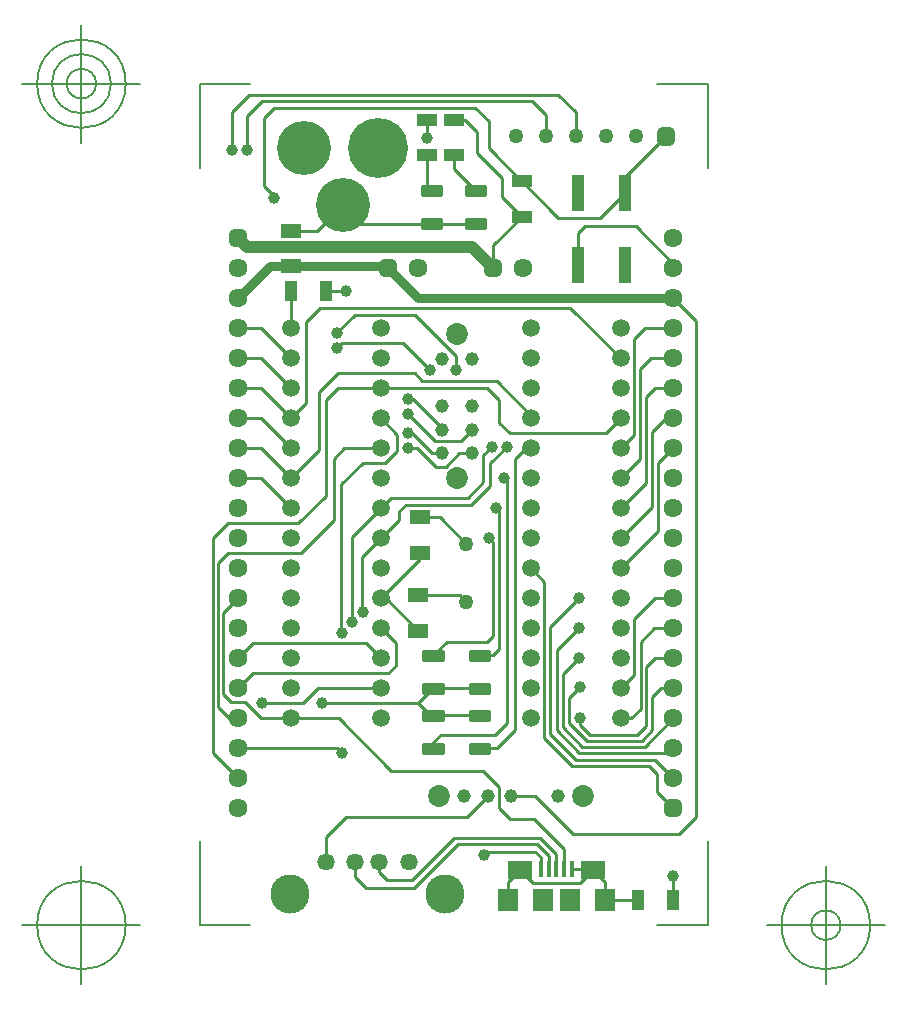
<source format=gbr>
G04 Generated by Ultiboard 11.0 *
%FSLAX25Y25*%
%MOIN*%

%ADD10C,0.01000*%
%ADD11C,0.03000*%
%ADD12C,0.04000*%
%ADD13C,0.00500*%
%ADD14C,0.03937*%
%ADD15C,0.06334*%
%ADD16R,0.02083X0.02083*%
%ADD17C,0.03917*%
%ADD18C,0.20000*%
%ADD19C,0.18000*%
%ADD20R,0.08268X0.06299*%
%ADD21R,0.07087X0.07480*%
%ADD22R,0.01575X0.05315*%
%ADD23C,0.05737*%
%ADD24C,0.13055*%
%ADD25R,0.04134X0.06890*%
%ADD26C,0.05000*%
%ADD27R,0.02500X0.02500*%
%ADD28C,0.03500*%
%ADD29R,0.03937X0.12205*%
%ADD30C,0.05937*%
%ADD31C,0.07300*%
%ADD32C,0.04600*%
%ADD33R,0.07087X0.04528*%
%ADD34R,0.05834X0.02251*%
%ADD35C,0.01666*%
%ADD36R,0.06890X0.04134*%


G04 ColorRGB 00FF00 for the following layer *
%LNCopper Top*%
%LPD*%
%FSLAX25Y25*%
%MOIN*%
G54D10*
X-1000Y28500D02*
X-1000Y100000D01*
X4000Y105000D02*
X-1000Y100000D01*
X-1000Y28500D02*
X7500Y20000D01*
X750Y91750D02*
X750Y43600D01*
X750Y43600D02*
X4350Y40000D01*
X4000Y95000D02*
X750Y91750D01*
X65500Y-14000D02*
X79500Y0D01*
X108150Y0D02*
X113500Y-5350D01*
X79500Y0D02*
X108150Y0D01*
X116059Y-3559D02*
X106000Y6500D01*
X36720Y-8000D02*
X36720Y220D01*
X36720Y220D02*
X43500Y7000D01*
X118618Y-10157D02*
X125213Y-10157D01*
X125213Y-10157D02*
X129642Y-14587D01*
X121354Y-15000D02*
X125705Y-10650D01*
X57000Y-14000D02*
X65500Y-14000D01*
X66200Y-16500D02*
X50000Y-16500D01*
X50000Y-16500D02*
X46563Y-13063D01*
X46563Y-13063D02*
X46563Y-8000D01*
X54437Y-8000D02*
X54437Y-11437D01*
X54437Y-11437D02*
X57000Y-14000D01*
X106500Y-4500D02*
X90500Y-4500D01*
X80700Y-2000D02*
X106982Y-2000D01*
X80700Y-2000D02*
X66200Y-16500D01*
X90500Y-4500D02*
X89500Y-5500D01*
X105646Y-15000D02*
X121354Y-15000D01*
X110941Y-5959D02*
X106982Y-2000D01*
X110941Y-10157D02*
X110941Y-5959D01*
X97358Y-20689D02*
X97358Y-14587D01*
X97358Y-14587D02*
X101295Y-10650D01*
X101295Y-10650D02*
X105646Y-15000D01*
X101295Y-10650D02*
X101650Y-10650D01*
X108382Y-10157D02*
X108382Y-6382D01*
X108382Y-6382D02*
X106500Y-4500D01*
X113500Y-5350D02*
X113500Y-10157D01*
X116059Y-10157D02*
X116059Y-3559D01*
X129642Y-20689D02*
X140406Y-20689D01*
X140406Y-20689D02*
X140594Y-20500D01*
X129642Y-20689D02*
X129642Y-14587D01*
X152406Y-20500D02*
X152406Y-12594D01*
X123000Y204000D02*
X140000Y204000D01*
X124650Y34500D02*
X121500Y37650D01*
X124650Y34500D02*
X140500Y34500D01*
X142000Y32500D02*
X123650Y32500D01*
X143000Y30500D02*
X122250Y30500D01*
X151000Y28500D02*
X121000Y28500D01*
X146500Y26000D02*
X120150Y26000D01*
X144500Y24000D02*
X118900Y24000D01*
X98000Y135000D02*
X130000Y135000D01*
X119000Y1500D02*
X154500Y1500D01*
X128166Y206800D02*
X114106Y206800D01*
X118250Y176750D02*
X135000Y160000D01*
X15000Y130000D02*
X25000Y120000D01*
X99800Y126300D02*
X99800Y36100D01*
X103500Y130000D02*
X99800Y126300D01*
X39400Y105900D02*
X39400Y126550D01*
X42850Y130000D02*
X39400Y126550D01*
X36650Y145900D02*
X36650Y114150D01*
X25000Y120000D02*
X34300Y129300D01*
X60500Y129000D02*
X56500Y125000D01*
X56500Y125000D02*
X49000Y125000D01*
X49000Y125000D02*
X41900Y117900D01*
X91550Y117550D02*
X91550Y125050D01*
X91550Y125050D02*
X97000Y130500D01*
X89200Y127700D02*
X89200Y118650D01*
X67000Y130000D02*
X73400Y123600D01*
X76600Y123600D02*
X81252Y128252D01*
X35500Y45000D02*
X67450Y45000D01*
X43500Y7000D02*
X83626Y7000D01*
X89000Y22500D02*
X58500Y22500D01*
X56594Y80000D02*
X67500Y69094D01*
X55000Y80000D02*
X68000Y93000D01*
X63400Y111200D02*
X85200Y111200D01*
X61200Y109000D02*
X63400Y111200D01*
X84050Y113500D02*
X58500Y113500D01*
X60000Y65000D02*
X60000Y57500D01*
X55000Y60000D02*
X50000Y65000D01*
X12500Y65000D02*
X7500Y60000D01*
X2500Y75000D02*
X2500Y48000D01*
X57450Y54950D02*
X12450Y54950D01*
X34200Y50000D02*
X29200Y45000D01*
X7500Y30000D02*
X40500Y30000D01*
X15000Y40000D02*
X41000Y40000D01*
X29200Y45000D02*
X15500Y45000D01*
X9700Y45300D02*
X15000Y40000D01*
X2500Y48000D02*
X5200Y45300D01*
X4350Y40000D02*
X7500Y40000D01*
X5200Y45300D02*
X9700Y45300D01*
X12450Y54950D02*
X7500Y50000D01*
X40500Y30000D02*
X42000Y28500D01*
X58500Y22500D02*
X41000Y40000D01*
X34200Y50000D02*
X55000Y50000D01*
X60000Y57500D02*
X57450Y54950D01*
X50000Y65000D02*
X12500Y65000D01*
X39400Y105900D02*
X28500Y95000D01*
X36650Y114150D02*
X27500Y105000D01*
X28500Y95000D02*
X4000Y95000D01*
X7500Y80000D02*
X2500Y75000D01*
X7500Y120000D02*
X15000Y120000D01*
X15000Y120000D02*
X25000Y110000D01*
X27500Y105000D02*
X4000Y105000D01*
X41900Y68600D02*
X41900Y117900D01*
X45500Y100500D02*
X45500Y72000D01*
X48850Y93850D02*
X48850Y75650D01*
X48850Y93850D02*
X61200Y106200D01*
X55000Y80000D02*
X56594Y80000D01*
X55000Y70000D02*
X60000Y65000D01*
X58500Y113500D02*
X45500Y100500D01*
X61200Y106200D02*
X61200Y109000D01*
X109550Y33350D02*
X109550Y85450D01*
X113600Y35900D02*
X113600Y62600D01*
X113600Y62600D02*
X121000Y70000D01*
X111550Y34600D02*
X111550Y70550D01*
X92500Y61000D02*
X94500Y63000D01*
X72500Y61000D02*
X77000Y65500D01*
X97000Y38500D02*
X97000Y119000D01*
X94500Y63000D02*
X94500Y109000D01*
X93700Y30000D02*
X88000Y30000D01*
X99800Y36100D02*
X93700Y30000D01*
X75000Y34500D02*
X93000Y34500D01*
X93000Y34500D02*
X97000Y38500D01*
X98000Y6500D02*
X94500Y10000D01*
X94500Y10000D02*
X94500Y17000D01*
X94500Y17000D02*
X89000Y22500D01*
X72500Y30000D02*
X72500Y32000D01*
X72500Y32000D02*
X75000Y34500D01*
X83626Y7000D02*
X90626Y14000D01*
X72500Y50000D02*
X88000Y50000D01*
X71450Y41000D02*
X88000Y41000D01*
X67500Y45000D02*
X72500Y50000D01*
X67450Y45000D02*
X71450Y41000D01*
X88000Y61000D02*
X92500Y61000D01*
X123650Y32500D02*
X117800Y38350D01*
X122250Y30500D02*
X115800Y36950D01*
X121000Y28500D02*
X113600Y35900D01*
X120150Y26000D02*
X111550Y34600D01*
X118900Y24000D02*
X109550Y33350D01*
X106500Y14000D02*
X119000Y1500D01*
X106000Y6500D02*
X98000Y6500D01*
X98500Y14000D02*
X106500Y14000D01*
X117800Y46800D02*
X121500Y50500D01*
X117800Y38350D02*
X117800Y46800D01*
X115800Y36950D02*
X115800Y54800D01*
X121500Y37650D02*
X121500Y40000D01*
X115800Y54800D02*
X121000Y60000D01*
X94500Y109000D02*
X93500Y110000D01*
X92500Y67500D02*
X92500Y98500D01*
X68000Y93000D02*
X68000Y95094D01*
X77000Y65500D02*
X90500Y65500D01*
X67500Y80906D02*
X81428Y80906D01*
X81428Y80906D02*
X83500Y78833D01*
X90500Y65500D02*
X92500Y67500D01*
X74594Y106906D02*
X83500Y98000D01*
X68000Y106906D02*
X74594Y106906D01*
X73400Y123600D02*
X76600Y123600D01*
X85200Y111200D02*
X91550Y117550D01*
X92500Y98500D02*
X91000Y100000D01*
X89200Y118650D02*
X84050Y113500D01*
X109550Y85450D02*
X105000Y90000D01*
X111550Y70550D02*
X121000Y80000D01*
X97000Y119000D02*
X96000Y120000D01*
X40750Y150000D02*
X90500Y150000D01*
X86500Y243500D02*
X19500Y243500D01*
X86612Y204834D02*
X48566Y204834D01*
X64000Y130000D02*
X67000Y130000D01*
X64000Y135000D02*
X65431Y135000D01*
X64000Y146500D02*
X65700Y146500D01*
X64000Y141450D02*
X73150Y132300D01*
X114100Y247800D02*
X11100Y247800D01*
X105500Y245600D02*
X15500Y245600D01*
X40900Y154900D02*
X66300Y154900D01*
X42100Y165100D02*
X62300Y165100D01*
X62300Y165100D02*
X71500Y155900D01*
X34750Y176750D02*
X118250Y176750D01*
X66350Y174500D02*
X46400Y174500D01*
X25000Y140000D02*
X30000Y145000D01*
X30000Y145000D02*
X30000Y172000D01*
X30000Y172000D02*
X34750Y176750D01*
X15000Y160000D02*
X25000Y150000D01*
X7500Y150000D02*
X15000Y150000D01*
X15000Y150000D02*
X25000Y140000D01*
X7500Y140000D02*
X15000Y140000D01*
X15000Y140000D02*
X25000Y130000D01*
X7500Y130000D02*
X15000Y130000D01*
X7500Y170000D02*
X15000Y170000D01*
X15000Y170000D02*
X25000Y160000D01*
X7500Y160000D02*
X15000Y160000D01*
X25000Y170000D02*
X25000Y182406D01*
X55000Y130000D02*
X42850Y130000D01*
X34300Y129300D02*
X34300Y148600D01*
X40750Y150000D02*
X36650Y145900D01*
X34300Y148600D02*
X40700Y155000D01*
X55000Y140000D02*
X60500Y134500D01*
X60500Y134500D02*
X60500Y129000D01*
X46400Y174500D02*
X40500Y168600D01*
X40500Y163500D02*
X42100Y165100D01*
X43500Y182500D02*
X37000Y182500D01*
X25000Y202406D02*
X33606Y202406D01*
X16000Y240000D02*
X16000Y217500D01*
X16000Y217500D02*
X19500Y214000D01*
X19500Y243500D02*
X16000Y240000D01*
X15500Y245600D02*
X10500Y240600D01*
X5400Y242100D02*
X5400Y229600D01*
X10500Y240600D02*
X10500Y229800D01*
X11100Y247800D02*
X5400Y242100D01*
X48566Y204834D02*
X42300Y211100D01*
X33606Y202406D02*
X42300Y211100D01*
X92500Y190000D02*
X92500Y197594D01*
X90500Y150000D02*
X94500Y146000D01*
X94500Y146000D02*
X94500Y138500D01*
X94500Y138500D02*
X98000Y135000D01*
X68900Y152300D02*
X93700Y152300D01*
X93700Y152300D02*
X104900Y141100D01*
X80000Y156000D02*
X80000Y160850D01*
X73150Y132300D02*
X81595Y132300D01*
X65700Y146500D02*
X75579Y136621D01*
X65431Y135000D02*
X72179Y128252D01*
X72179Y128252D02*
X75579Y128252D01*
X75579Y136621D02*
X75579Y136126D01*
X66300Y154900D02*
X68900Y152300D01*
X92000Y130500D02*
X89200Y127700D01*
X81252Y128252D02*
X85421Y128252D01*
X81595Y132300D02*
X85421Y136126D01*
X80000Y160850D02*
X66350Y174500D01*
X104900Y141100D02*
X104900Y140300D01*
X105000Y130000D02*
X103500Y130000D01*
X92500Y197594D02*
X102000Y207094D01*
X87000Y228500D02*
X95500Y220000D01*
X95500Y220000D02*
X95500Y213594D01*
X95500Y213594D02*
X102000Y207094D01*
X114106Y206800D02*
X91000Y229906D01*
X70500Y227594D02*
X70500Y217209D01*
X79500Y222946D02*
X86612Y215834D01*
X70500Y217209D02*
X71875Y215834D01*
X79500Y227594D02*
X79500Y222946D01*
X79500Y239406D02*
X83094Y239406D01*
X70500Y233500D02*
X70500Y239000D01*
X83094Y239406D02*
X87000Y235500D01*
X87000Y235500D02*
X87000Y228500D01*
X91000Y229906D02*
X91000Y239000D01*
X91000Y239000D02*
X86500Y243500D01*
X120626Y201626D02*
X123000Y204000D01*
X120626Y190992D02*
X120626Y201626D01*
X110000Y234000D02*
X110000Y241100D01*
X110000Y241100D02*
X105500Y245600D01*
X120000Y234000D02*
X120000Y241900D01*
X120000Y241900D02*
X114100Y247800D01*
X147500Y125000D02*
X147500Y102500D01*
X152500Y130000D02*
X147500Y125000D01*
X145500Y135500D02*
X145500Y110500D01*
X143500Y147000D02*
X143500Y118500D01*
X141500Y156500D02*
X141500Y126500D01*
X141500Y126500D02*
X135000Y120000D01*
X160000Y7000D02*
X160000Y172500D01*
X141700Y43200D02*
X141700Y65450D01*
X139400Y54400D02*
X139400Y73000D01*
X154500Y1500D02*
X160000Y7000D01*
X145500Y36000D02*
X142000Y32500D01*
X152500Y40000D02*
X143000Y30500D01*
X152500Y30000D02*
X151000Y28500D01*
X152500Y10000D02*
X147000Y15500D01*
X147000Y15500D02*
X147000Y21500D01*
X152500Y20000D02*
X146500Y26000D01*
X147000Y21500D02*
X144500Y24000D01*
X143500Y37500D02*
X140500Y34500D01*
X138500Y40000D02*
X141700Y43200D01*
X135000Y40000D02*
X138500Y40000D01*
X135000Y50000D02*
X139400Y54400D01*
X148500Y50000D02*
X145500Y47000D01*
X145500Y47000D02*
X145500Y36000D01*
X143500Y57000D02*
X143500Y37500D01*
X152500Y60000D02*
X146500Y60000D01*
X152500Y50000D02*
X148500Y50000D01*
X146500Y60000D02*
X143500Y57000D01*
X147500Y102500D02*
X135000Y90000D01*
X141700Y65450D02*
X146250Y70000D01*
X139400Y73000D02*
X146400Y80000D01*
X146400Y80000D02*
X152500Y80000D01*
X146250Y70000D02*
X152500Y70000D01*
X145500Y110500D02*
X135000Y100000D01*
X143500Y118500D02*
X135000Y110000D01*
X152500Y191500D02*
X152500Y190000D01*
X160000Y172500D02*
X152500Y180000D01*
X145000Y160000D02*
X141500Y156500D01*
X139500Y166500D02*
X139500Y134500D01*
X139500Y134500D02*
X135000Y130000D01*
X130000Y135000D02*
X135000Y140000D01*
X150000Y140000D02*
X145500Y135500D01*
X152500Y140000D02*
X150000Y140000D01*
X146500Y150000D02*
X143500Y147000D01*
X152500Y150000D02*
X146500Y150000D01*
X152500Y170000D02*
X143000Y170000D01*
X143000Y170000D02*
X139500Y166500D01*
X152500Y160000D02*
X145000Y160000D01*
X150000Y234000D02*
X136374Y220374D01*
X136374Y220374D02*
X136374Y215008D01*
X140000Y204000D02*
X152500Y191500D01*
X136374Y215008D02*
X128166Y206800D01*
G54D11*
X67500Y180000D02*
X152500Y180000D01*
X56906Y190594D02*
X67500Y180000D01*
X7500Y180000D02*
X18094Y190594D01*
X18094Y190594D02*
X56906Y190594D01*
G54D12*
X10500Y197000D02*
X85500Y197000D01*
X7500Y200000D02*
X10500Y197000D01*
X85500Y197000D02*
X92500Y190000D01*
G54D13*
X-5400Y-29000D02*
X-5400Y-950D01*
X-5400Y-29000D02*
X11540Y-29000D01*
X164000Y-29000D02*
X147060Y-29000D01*
X164000Y-29000D02*
X164000Y-950D01*
X164000Y251500D02*
X164000Y223450D01*
X164000Y251500D02*
X147060Y251500D01*
X-5400Y251500D02*
X11540Y251500D01*
X-5400Y251500D02*
X-5400Y223450D01*
X-25085Y-29000D02*
X-64455Y-29000D01*
X-44770Y-48685D02*
X-44770Y-9315D01*
X-59534Y-29000D02*
G75*
D01*
G02X-59534Y-29000I14764J0*
G01*
X183685Y-29000D02*
X223055Y-29000D01*
X203370Y-48685D02*
X203370Y-9315D01*
X188606Y-29000D02*
G75*
D01*
G02X188606Y-29000I14764J0*
G01*
X198449Y-29000D02*
G75*
D01*
G02X198449Y-29000I4921J0*
G01*
X-25085Y251500D02*
X-64455Y251500D01*
X-44770Y231815D02*
X-44770Y271185D01*
X-59534Y251500D02*
G75*
D01*
G02X-59534Y251500I14764J0*
G01*
X-54613Y251500D02*
G75*
D01*
G02X-54613Y251500I9843J0*
G01*
X-49691Y251500D02*
G75*
D01*
G02X-49691Y251500I4921J0*
G01*
G54D14*
X89500Y-5500D03*
X152500Y-12500D03*
X15500Y45000D03*
X42000Y28500D03*
X35500Y45000D03*
X45500Y72000D03*
X49000Y75500D03*
X42000Y68500D03*
X121500Y40000D03*
X121500Y50500D03*
X121000Y60000D03*
X96000Y120000D03*
X93500Y110000D03*
X91000Y100000D03*
X121000Y80000D03*
X121000Y70000D03*
X64000Y130000D03*
X64000Y135000D03*
X64000Y146500D03*
X64000Y141500D03*
X40500Y168500D03*
X40500Y163500D03*
X43500Y182500D03*
X19500Y213500D03*
X5500Y229500D03*
X10500Y229500D03*
X92000Y130500D03*
X97000Y130500D03*
X71500Y156000D03*
X80000Y156000D03*
X70500Y233500D03*
G54D15*
X7500Y130000D03*
X7500Y60000D03*
X7500Y30000D03*
X7500Y10000D03*
X7500Y20000D03*
X7500Y50000D03*
X7500Y40000D03*
X7500Y80000D03*
X7500Y70000D03*
X7500Y90000D03*
X7500Y110000D03*
X7500Y100000D03*
X7500Y120000D03*
X7500Y190000D03*
X7500Y160000D03*
X7500Y140000D03*
X7500Y150000D03*
X7500Y170000D03*
X7500Y180000D03*
X152500Y130000D03*
X152500Y60000D03*
X152500Y30000D03*
X152500Y20000D03*
X152500Y50000D03*
X152500Y40000D03*
X152500Y80000D03*
X152500Y70000D03*
X152500Y90000D03*
X152500Y110000D03*
X152500Y100000D03*
X152500Y120000D03*
X152500Y190000D03*
X152500Y160000D03*
X152500Y140000D03*
X152500Y150000D03*
X152500Y170000D03*
X152500Y180000D03*
X152500Y200000D03*
X67500Y190000D03*
X102500Y190000D03*
G54D16*
X7500Y200000D03*
X152500Y10000D03*
X57500Y190000D03*
X92500Y190000D03*
G54D17*
X6459Y198959D02*
X8541Y198959D01*
X8541Y201041D01*
X6459Y201041D01*
X6459Y198959D01*D02*
X151459Y8959D02*
X153541Y8959D01*
X153541Y11041D01*
X151459Y11041D01*
X151459Y8959D01*D02*
X56459Y188959D02*
X58541Y188959D01*
X58541Y191041D01*
X56459Y191041D01*
X56459Y188959D01*D02*
X91459Y188959D02*
X93541Y188959D01*
X93541Y191041D01*
X91459Y191041D01*
X91459Y188959D01*D02*
G54D18*
X54100Y230000D03*
G54D19*
X29500Y230000D03*
X42300Y211100D03*
G54D20*
X125705Y-10650D03*
X101295Y-10650D03*
G54D21*
X129642Y-20689D03*
X97358Y-20689D03*
X108972Y-20689D03*
X118028Y-20689D03*
G54D22*
X110941Y-10157D03*
X108382Y-10157D03*
X118618Y-10157D03*
X116059Y-10157D03*
X113500Y-10157D03*
G54D23*
X64280Y-8000D03*
X46563Y-8000D03*
X36720Y-8000D03*
X54437Y-8000D03*
G54D24*
X24634Y-18669D03*
X76366Y-18669D03*
G54D25*
X140594Y-20500D03*
X152406Y-20500D03*
X25094Y182500D03*
X36906Y182500D03*
G54D26*
X110000Y234000D03*
X100000Y234000D03*
X120000Y234000D03*
X140000Y234000D03*
X130000Y234000D03*
X83500Y78833D03*
X83500Y98000D03*
G54D27*
X150000Y234000D03*
G54D28*
X148750Y232750D02*
X151250Y232750D01*
X151250Y235250D01*
X148750Y235250D01*
X148750Y232750D01*D02*
G54D29*
X120626Y190992D03*
X120626Y215008D03*
X136374Y190992D03*
X136374Y215008D03*
G54D30*
X105000Y60000D03*
X105000Y50000D03*
X105000Y40000D03*
X105000Y80000D03*
X105000Y70000D03*
X105000Y90000D03*
X105000Y110000D03*
X105000Y100000D03*
X105000Y120000D03*
X105000Y160000D03*
X105000Y140000D03*
X105000Y130000D03*
X105000Y150000D03*
X105000Y170000D03*
X135000Y60000D03*
X135000Y50000D03*
X135000Y40000D03*
X135000Y80000D03*
X135000Y70000D03*
X135000Y90000D03*
X135000Y110000D03*
X135000Y100000D03*
X135000Y120000D03*
X135000Y160000D03*
X135000Y140000D03*
X135000Y130000D03*
X135000Y150000D03*
X135000Y170000D03*
X25000Y60000D03*
X55000Y60000D03*
X25000Y50000D03*
X25000Y40000D03*
X55000Y50000D03*
X55000Y40000D03*
X25000Y80000D03*
X25000Y70000D03*
X25000Y90000D03*
X25000Y110000D03*
X25000Y100000D03*
X25000Y120000D03*
X55000Y80000D03*
X55000Y70000D03*
X55000Y90000D03*
X55000Y110000D03*
X55000Y100000D03*
X55000Y120000D03*
X25000Y160000D03*
X25000Y140000D03*
X25000Y130000D03*
X25000Y150000D03*
X25000Y170000D03*
X55000Y160000D03*
X55000Y140000D03*
X55000Y130000D03*
X55000Y150000D03*
X55000Y170000D03*
G54D31*
X122516Y14000D03*
X74484Y14000D03*
X80500Y119984D03*
X80500Y168016D03*
G54D32*
X82752Y14000D03*
X90626Y14000D03*
X98500Y14000D03*
X114248Y14000D03*
X75579Y128252D03*
X85421Y128252D03*
X75579Y159748D03*
X85421Y159748D03*
X75579Y136126D03*
X75579Y144000D03*
X85421Y144000D03*
X85421Y136126D03*
G54D33*
X68000Y95094D03*
X68000Y106906D03*
X67500Y80906D03*
X67500Y69094D03*
X25000Y190594D03*
X25000Y202406D03*
G54D34*
X72500Y30000D03*
X72500Y41000D03*
X72500Y61000D03*
X72500Y50000D03*
X88000Y61000D03*
X88000Y50000D03*
X88000Y30000D03*
X88000Y41000D03*
X71875Y204834D03*
X71875Y215834D03*
X86612Y204834D03*
X86612Y215834D03*
G54D35*
X69583Y28875D02*
X75417Y28875D01*
X75417Y31125D01*
X69583Y31125D01*
X69583Y28875D01*D02*
X69583Y39875D02*
X75417Y39875D01*
X75417Y42125D01*
X69583Y42125D01*
X69583Y39875D01*D02*
X69583Y59875D02*
X75417Y59875D01*
X75417Y62125D01*
X69583Y62125D01*
X69583Y59875D01*D02*
X69583Y48875D02*
X75417Y48875D01*
X75417Y51125D01*
X69583Y51125D01*
X69583Y48875D01*D02*
X85083Y59875D02*
X90917Y59875D01*
X90917Y62125D01*
X85083Y62125D01*
X85083Y59875D01*D02*
X85083Y48875D02*
X90917Y48875D01*
X90917Y51125D01*
X85083Y51125D01*
X85083Y48875D01*D02*
X85083Y28875D02*
X90917Y28875D01*
X90917Y31125D01*
X85083Y31125D01*
X85083Y28875D01*D02*
X85083Y39875D02*
X90917Y39875D01*
X90917Y42125D01*
X85083Y42125D01*
X85083Y39875D01*D02*
X68958Y203709D02*
X74792Y203709D01*
X74792Y205959D01*
X68958Y205959D01*
X68958Y203709D01*D02*
X68958Y214709D02*
X74792Y214709D01*
X74792Y216959D01*
X68958Y216959D01*
X68958Y214709D01*D02*
X83695Y203709D02*
X89529Y203709D01*
X89529Y205959D01*
X83695Y205959D01*
X83695Y203709D01*D02*
X83695Y214709D02*
X89529Y214709D01*
X89529Y216959D01*
X83695Y216959D01*
X83695Y214709D01*D02*
G54D36*
X79500Y227594D03*
X79500Y239406D03*
X70500Y227594D03*
X70500Y239406D03*
X102000Y218906D03*
X102000Y207094D03*

M00*

</source>
